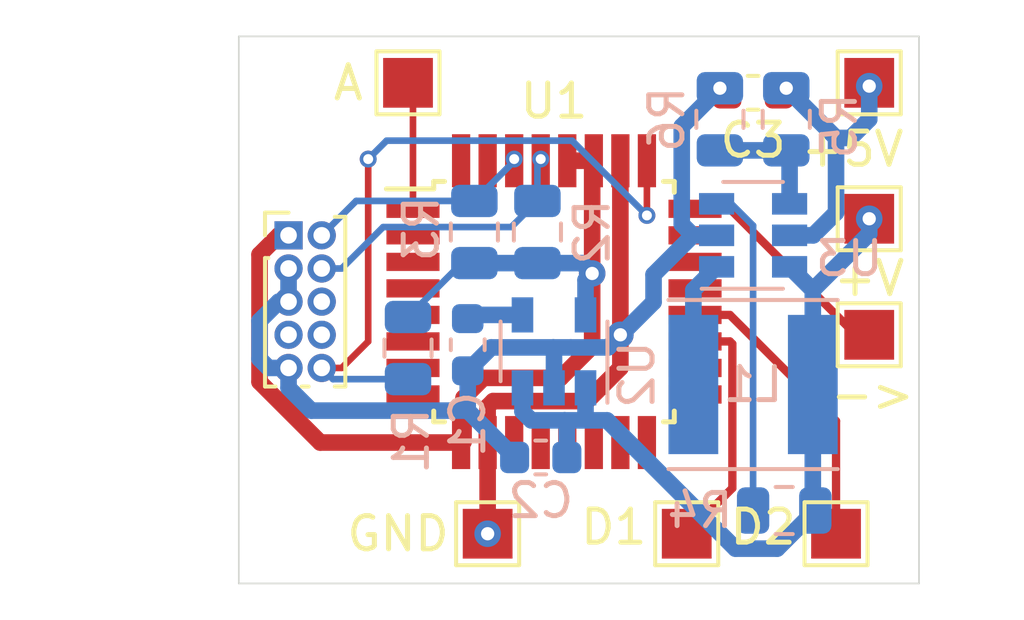
<source format=kicad_pcb>
(kicad_pcb (version 20171130) (host pcbnew "(5.1.6)-1")

  (general
    (thickness 1.6)
    (drawings 11)
    (tracks 135)
    (zones 0)
    (modules 21)
    (nets 16)
  )

  (page A4)
  (layers
    (0 F.Cu signal)
    (31 B.Cu signal)
    (32 B.Adhes user)
    (33 F.Adhes user)
    (34 B.Paste user)
    (35 F.Paste user)
    (36 B.SilkS user)
    (37 F.SilkS user)
    (38 B.Mask user)
    (39 F.Mask user)
    (40 Dwgs.User user)
    (41 Cmts.User user)
    (42 Eco1.User user)
    (43 Eco2.User user)
    (44 Edge.Cuts user)
    (45 Margin user)
    (46 B.CrtYd user)
    (47 F.CrtYd user)
    (48 B.Fab user)
    (49 F.Fab user)
  )

  (setup
    (last_trace_width 0.2)
    (user_trace_width 0.2)
    (user_trace_width 0.5)
    (trace_clearance 0.2)
    (zone_clearance 0.508)
    (zone_45_only no)
    (trace_min 0.2)
    (via_size 0.8)
    (via_drill 0.4)
    (via_min_size 0.4)
    (via_min_drill 0.3)
    (user_via 0.51 0.3)
    (uvia_size 0.3)
    (uvia_drill 0.1)
    (uvias_allowed no)
    (uvia_min_size 0.2)
    (uvia_min_drill 0.1)
    (edge_width 0.05)
    (segment_width 0.2)
    (pcb_text_width 0.3)
    (pcb_text_size 1.5 1.5)
    (mod_edge_width 0.12)
    (mod_text_size 1 1)
    (mod_text_width 0.15)
    (pad_size 1.524 1.524)
    (pad_drill 0.762)
    (pad_to_mask_clearance 0.05)
    (aux_axis_origin 0 0)
    (visible_elements 7FFFFFFF)
    (pcbplotparams
      (layerselection 0x010fc_ffffffff)
      (usegerberextensions false)
      (usegerberattributes true)
      (usegerberadvancedattributes true)
      (creategerberjobfile true)
      (excludeedgelayer true)
      (linewidth 0.100000)
      (plotframeref false)
      (viasonmask false)
      (mode 1)
      (useauxorigin false)
      (hpglpennumber 1)
      (hpglpenspeed 20)
      (hpglpendiameter 15.000000)
      (psnegative false)
      (psa4output false)
      (plotreference true)
      (plotvalue true)
      (plotinvisibletext false)
      (padsonsilk false)
      (subtractmaskfromsilk false)
      (outputformat 1)
      (mirror false)
      (drillshape 1)
      (scaleselection 1)
      (outputdirectory ""))
  )

  (net 0 "")
  (net 1 GND)
  (net 2 "Net-(C1-Pad1)")
  (net 3 +V)
  (net 4 DOUT)
  (net 5 RESET)
  (net 6 SWCLK)
  (net 7 SWDIO)
  (net 8 +3.3V)
  (net 9 D1)
  (net 10 D2)
  (net 11 A1)
  (net 12 +5V)
  (net 13 "Net-(L1-Pad2)")
  (net 14 "Net-(R4-Pad2)")
  (net 15 "Net-(R5-Pad2)")

  (net_class Default "This is the default net class."
    (clearance 0.2)
    (trace_width 0.25)
    (via_dia 0.8)
    (via_drill 0.4)
    (uvia_dia 0.3)
    (uvia_drill 0.1)
    (add_net +3.3V)
    (add_net +5V)
    (add_net +V)
    (add_net A1)
    (add_net D1)
    (add_net D2)
    (add_net DOUT)
    (add_net GND)
    (add_net "Net-(C1-Pad1)")
    (add_net "Net-(L1-Pad2)")
    (add_net "Net-(R4-Pad2)")
    (add_net "Net-(R5-Pad2)")
    (add_net RESET)
    (add_net SWCLK)
    (add_net SWDIO)
  )

  (module Resistor_SMD:R_0805_2012Metric (layer B.Cu) (tedit 5B36C52B) (tstamp 5FAC523D)
    (at 146.4375 101.3 180)
    (descr "Resistor SMD 0805 (2012 Metric), square (rectangular) end terminal, IPC_7351 nominal, (Body size source: https://docs.google.com/spreadsheets/d/1BsfQQcO9C6DZCsRaXUlFlo91Tg2WpOkGARC1WS5S8t0/edit?usp=sharing), generated with kicad-footprint-generator")
    (tags resistor)
    (path /5FAC3AAB)
    (attr smd)
    (fp_text reference R4 (at 2.5375 0) (layer B.SilkS)
      (effects (font (size 1 1) (thickness 0.15)) (justify mirror))
    )
    (fp_text value 10kR (at 0 -1.65) (layer B.Fab)
      (effects (font (size 1 1) (thickness 0.15)) (justify mirror))
    )
    (fp_line (start 1.68 -0.95) (end -1.68 -0.95) (layer B.CrtYd) (width 0.05))
    (fp_line (start 1.68 0.95) (end 1.68 -0.95) (layer B.CrtYd) (width 0.05))
    (fp_line (start -1.68 0.95) (end 1.68 0.95) (layer B.CrtYd) (width 0.05))
    (fp_line (start -1.68 -0.95) (end -1.68 0.95) (layer B.CrtYd) (width 0.05))
    (fp_line (start -0.258578 -0.71) (end 0.258578 -0.71) (layer B.SilkS) (width 0.12))
    (fp_line (start -0.258578 0.71) (end 0.258578 0.71) (layer B.SilkS) (width 0.12))
    (fp_line (start 1 -0.6) (end -1 -0.6) (layer B.Fab) (width 0.1))
    (fp_line (start 1 0.6) (end 1 -0.6) (layer B.Fab) (width 0.1))
    (fp_line (start -1 0.6) (end 1 0.6) (layer B.Fab) (width 0.1))
    (fp_line (start -1 -0.6) (end -1 0.6) (layer B.Fab) (width 0.1))
    (fp_text user %R (at 0 0) (layer B.Fab)
      (effects (font (size 0.5 0.5) (thickness 0.08)) (justify mirror))
    )
    (pad 2 smd roundrect (at 0.9375 0 180) (size 0.975 1.4) (layers B.Cu B.Paste B.Mask) (roundrect_rratio 0.25)
      (net 14 "Net-(R4-Pad2)"))
    (pad 1 smd roundrect (at -0.9375 0 180) (size 0.975 1.4) (layers B.Cu B.Paste B.Mask) (roundrect_rratio 0.25)
      (net 3 +V))
    (model ${KISYS3DMOD}/Resistor_SMD.3dshapes/R_0805_2012Metric.wrl
      (at (xyz 0 0 0))
      (scale (xyz 1 1 1))
      (rotate (xyz 0 0 0))
    )
  )

  (module Package_TO_SOT_SMD:SOT-23-6 (layer B.Cu) (tedit 5A02FF57) (tstamp 5FAC52C1)
    (at 145.5 93)
    (descr "6-pin SOT-23 package")
    (tags SOT-23-6)
    (path /5FAC22FB)
    (attr smd)
    (fp_text reference U3 (at 2.9 0.7) (layer B.SilkS)
      (effects (font (size 1 1) (thickness 0.15)) (justify mirror))
    )
    (fp_text value MCP1640CH (at 0 -2.9) (layer B.Fab)
      (effects (font (size 1 1) (thickness 0.15)) (justify mirror))
    )
    (fp_line (start 0.9 1.55) (end 0.9 -1.55) (layer B.Fab) (width 0.1))
    (fp_line (start 0.9 -1.55) (end -0.9 -1.55) (layer B.Fab) (width 0.1))
    (fp_line (start -0.9 0.9) (end -0.9 -1.55) (layer B.Fab) (width 0.1))
    (fp_line (start 0.9 1.55) (end -0.25 1.55) (layer B.Fab) (width 0.1))
    (fp_line (start -0.9 0.9) (end -0.25 1.55) (layer B.Fab) (width 0.1))
    (fp_line (start -1.9 1.8) (end -1.9 -1.8) (layer B.CrtYd) (width 0.05))
    (fp_line (start -1.9 -1.8) (end 1.9 -1.8) (layer B.CrtYd) (width 0.05))
    (fp_line (start 1.9 -1.8) (end 1.9 1.8) (layer B.CrtYd) (width 0.05))
    (fp_line (start 1.9 1.8) (end -1.9 1.8) (layer B.CrtYd) (width 0.05))
    (fp_line (start 0.9 1.61) (end -1.55 1.61) (layer B.SilkS) (width 0.12))
    (fp_line (start -0.9 -1.61) (end 0.9 -1.61) (layer B.SilkS) (width 0.12))
    (fp_text user %R (at 0 0 270) (layer B.Fab)
      (effects (font (size 0.5 0.5) (thickness 0.075)) (justify mirror))
    )
    (pad 5 smd rect (at 1.1 0) (size 1.06 0.65) (layers B.Cu B.Paste B.Mask)
      (net 12 +5V))
    (pad 6 smd rect (at 1.1 0.95) (size 1.06 0.65) (layers B.Cu B.Paste B.Mask)
      (net 3 +V))
    (pad 4 smd rect (at 1.1 -0.95) (size 1.06 0.65) (layers B.Cu B.Paste B.Mask)
      (net 15 "Net-(R5-Pad2)"))
    (pad 3 smd rect (at -1.1 -0.95) (size 1.06 0.65) (layers B.Cu B.Paste B.Mask)
      (net 14 "Net-(R4-Pad2)"))
    (pad 2 smd rect (at -1.1 0) (size 1.06 0.65) (layers B.Cu B.Paste B.Mask)
      (net 1 GND))
    (pad 1 smd rect (at -1.1 0.95) (size 1.06 0.65) (layers B.Cu B.Paste B.Mask)
      (net 13 "Net-(L1-Pad2)"))
    (model ${KISYS3DMOD}/Package_TO_SOT_SMD.3dshapes/SOT-23-6.wrl
      (at (xyz 0 0 0))
      (scale (xyz 1 1 1))
      (rotate (xyz 0 0 0))
    )
  )

  (module Package_TO_SOT_SMD:SOT-23-5 (layer B.Cu) (tedit 5A02FF57) (tstamp 5FAC52AB)
    (at 139.5 96.5 90)
    (descr "5-pin SOT23 package")
    (tags SOT-23-5)
    (path /5FAC66A7)
    (attr smd)
    (fp_text reference U2 (at -0.7 2.5 90) (layer B.SilkS)
      (effects (font (size 1 1) (thickness 0.15)) (justify mirror))
    )
    (fp_text value TC2014-3.3VxCTTR (at 0 -2.9 90) (layer B.Fab)
      (effects (font (size 1 1) (thickness 0.15)) (justify mirror))
    )
    (fp_line (start 0.9 1.55) (end 0.9 -1.55) (layer B.Fab) (width 0.1))
    (fp_line (start 0.9 -1.55) (end -0.9 -1.55) (layer B.Fab) (width 0.1))
    (fp_line (start -0.9 0.9) (end -0.9 -1.55) (layer B.Fab) (width 0.1))
    (fp_line (start 0.9 1.55) (end -0.25 1.55) (layer B.Fab) (width 0.1))
    (fp_line (start -0.9 0.9) (end -0.25 1.55) (layer B.Fab) (width 0.1))
    (fp_line (start -1.9 -1.8) (end -1.9 1.8) (layer B.CrtYd) (width 0.05))
    (fp_line (start 1.9 -1.8) (end -1.9 -1.8) (layer B.CrtYd) (width 0.05))
    (fp_line (start 1.9 1.8) (end 1.9 -1.8) (layer B.CrtYd) (width 0.05))
    (fp_line (start -1.9 1.8) (end 1.9 1.8) (layer B.CrtYd) (width 0.05))
    (fp_line (start 0.9 1.61) (end -1.55 1.61) (layer B.SilkS) (width 0.12))
    (fp_line (start -0.9 -1.61) (end 0.9 -1.61) (layer B.SilkS) (width 0.12))
    (fp_text user %R (at 0 0 180) (layer B.Fab)
      (effects (font (size 0.5 0.5) (thickness 0.075)) (justify mirror))
    )
    (pad 5 smd rect (at 1.1 0.95 90) (size 1.06 0.65) (layers B.Cu B.Paste B.Mask)
      (net 8 +3.3V))
    (pad 4 smd rect (at 1.1 -0.95 90) (size 1.06 0.65) (layers B.Cu B.Paste B.Mask)
      (net 2 "Net-(C1-Pad1)"))
    (pad 3 smd rect (at -1.1 -0.95 90) (size 1.06 0.65) (layers B.Cu B.Paste B.Mask)
      (net 3 +V))
    (pad 2 smd rect (at -1.1 0 90) (size 1.06 0.65) (layers B.Cu B.Paste B.Mask)
      (net 1 GND))
    (pad 1 smd rect (at -1.1 0.95 90) (size 1.06 0.65) (layers B.Cu B.Paste B.Mask)
      (net 3 +V))
    (model ${KISYS3DMOD}/Package_TO_SOT_SMD.3dshapes/SOT-23-5.wrl
      (at (xyz 0 0 0))
      (scale (xyz 1 1 1))
      (rotate (xyz 0 0 0))
    )
  )

  (module Package_QFP:TQFP-32_7x7mm_P0.8mm (layer F.Cu) (tedit 5A02F146) (tstamp 5FAC5296)
    (at 139.5 95)
    (descr "32-Lead Plastic Thin Quad Flatpack (PT) - 7x7x1.0 mm Body, 2.00 mm [TQFP] (see Microchip Packaging Specification 00000049BS.pdf)")
    (tags "QFP 0.8")
    (path /5FAB5DC7)
    (attr smd)
    (fp_text reference U1 (at 0 -6.05) (layer F.SilkS)
      (effects (font (size 1 1) (thickness 0.15)))
    )
    (fp_text value ATSAMD21E15L-A (at 0 6.05) (layer F.Fab)
      (effects (font (size 1 1) (thickness 0.15)))
    )
    (fp_line (start -3.625 -3.4) (end -5.05 -3.4) (layer F.SilkS) (width 0.15))
    (fp_line (start 3.625 -3.625) (end 3.3 -3.625) (layer F.SilkS) (width 0.15))
    (fp_line (start 3.625 3.625) (end 3.3 3.625) (layer F.SilkS) (width 0.15))
    (fp_line (start -3.625 3.625) (end -3.3 3.625) (layer F.SilkS) (width 0.15))
    (fp_line (start -3.625 -3.625) (end -3.3 -3.625) (layer F.SilkS) (width 0.15))
    (fp_line (start -3.625 3.625) (end -3.625 3.3) (layer F.SilkS) (width 0.15))
    (fp_line (start 3.625 3.625) (end 3.625 3.3) (layer F.SilkS) (width 0.15))
    (fp_line (start 3.625 -3.625) (end 3.625 -3.3) (layer F.SilkS) (width 0.15))
    (fp_line (start -3.625 -3.625) (end -3.625 -3.4) (layer F.SilkS) (width 0.15))
    (fp_line (start -5.3 5.3) (end 5.3 5.3) (layer F.CrtYd) (width 0.05))
    (fp_line (start -5.3 -5.3) (end 5.3 -5.3) (layer F.CrtYd) (width 0.05))
    (fp_line (start 5.3 -5.3) (end 5.3 5.3) (layer F.CrtYd) (width 0.05))
    (fp_line (start -5.3 -5.3) (end -5.3 5.3) (layer F.CrtYd) (width 0.05))
    (fp_line (start -3.5 -2.5) (end -2.5 -3.5) (layer F.Fab) (width 0.15))
    (fp_line (start -3.5 3.5) (end -3.5 -2.5) (layer F.Fab) (width 0.15))
    (fp_line (start 3.5 3.5) (end -3.5 3.5) (layer F.Fab) (width 0.15))
    (fp_line (start 3.5 -3.5) (end 3.5 3.5) (layer F.Fab) (width 0.15))
    (fp_line (start -2.5 -3.5) (end 3.5 -3.5) (layer F.Fab) (width 0.15))
    (fp_text user %R (at 0 0) (layer F.Fab)
      (effects (font (size 1 1) (thickness 0.15)))
    )
    (pad 32 smd rect (at -2.8 -4.25 90) (size 1.6 0.55) (layers F.Cu F.Paste F.Mask))
    (pad 31 smd rect (at -2 -4.25 90) (size 1.6 0.55) (layers F.Cu F.Paste F.Mask))
    (pad 30 smd rect (at -1.2 -4.25 90) (size 1.6 0.55) (layers F.Cu F.Paste F.Mask)
      (net 7 SWDIO))
    (pad 29 smd rect (at -0.4 -4.25 90) (size 1.6 0.55) (layers F.Cu F.Paste F.Mask)
      (net 6 SWCLK))
    (pad 28 smd rect (at 0.4 -4.25 90) (size 1.6 0.55) (layers F.Cu F.Paste F.Mask)
      (net 8 +3.3V))
    (pad 27 smd rect (at 1.2 -4.25 90) (size 1.6 0.55) (layers F.Cu F.Paste F.Mask)
      (net 8 +3.3V))
    (pad 26 smd rect (at 2 -4.25 90) (size 1.6 0.55) (layers F.Cu F.Paste F.Mask)
      (net 1 GND))
    (pad 25 smd rect (at 2.8 -4.25 90) (size 1.6 0.55) (layers F.Cu F.Paste F.Mask)
      (net 5 RESET))
    (pad 24 smd rect (at 4.25 -2.8) (size 1.6 0.55) (layers F.Cu F.Paste F.Mask)
      (net 4 DOUT))
    (pad 23 smd rect (at 4.25 -2) (size 1.6 0.55) (layers F.Cu F.Paste F.Mask))
    (pad 22 smd rect (at 4.25 -1.2) (size 1.6 0.55) (layers F.Cu F.Paste F.Mask))
    (pad 21 smd rect (at 4.25 -0.4) (size 1.6 0.55) (layers F.Cu F.Paste F.Mask))
    (pad 20 smd rect (at 4.25 0.4) (size 1.6 0.55) (layers F.Cu F.Paste F.Mask)
      (net 9 D1))
    (pad 19 smd rect (at 4.25 1.2) (size 1.6 0.55) (layers F.Cu F.Paste F.Mask)
      (net 10 D2))
    (pad 18 smd rect (at 4.25 2) (size 1.6 0.55) (layers F.Cu F.Paste F.Mask))
    (pad 17 smd rect (at 4.25 2.8) (size 1.6 0.55) (layers F.Cu F.Paste F.Mask))
    (pad 16 smd rect (at 2.8 4.25 90) (size 1.6 0.55) (layers F.Cu F.Paste F.Mask))
    (pad 15 smd rect (at 2 4.25 90) (size 1.6 0.55) (layers F.Cu F.Paste F.Mask))
    (pad 14 smd rect (at 1.2 4.25 90) (size 1.6 0.55) (layers F.Cu F.Paste F.Mask))
    (pad 13 smd rect (at 0.4 4.25 90) (size 1.6 0.55) (layers F.Cu F.Paste F.Mask))
    (pad 12 smd rect (at -0.4 4.25 90) (size 1.6 0.55) (layers F.Cu F.Paste F.Mask))
    (pad 11 smd rect (at -1.2 4.25 90) (size 1.6 0.55) (layers F.Cu F.Paste F.Mask))
    (pad 10 smd rect (at -2 4.25 90) (size 1.6 0.55) (layers F.Cu F.Paste F.Mask)
      (net 1 GND))
    (pad 9 smd rect (at -2.8 4.25 90) (size 1.6 0.55) (layers F.Cu F.Paste F.Mask)
      (net 8 +3.3V))
    (pad 8 smd rect (at -4.25 2.8) (size 1.6 0.55) (layers F.Cu F.Paste F.Mask))
    (pad 7 smd rect (at -4.25 2) (size 1.6 0.55) (layers F.Cu F.Paste F.Mask))
    (pad 6 smd rect (at -4.25 1.2) (size 1.6 0.55) (layers F.Cu F.Paste F.Mask))
    (pad 5 smd rect (at -4.25 0.4) (size 1.6 0.55) (layers F.Cu F.Paste F.Mask))
    (pad 4 smd rect (at -4.25 -0.4) (size 1.6 0.55) (layers F.Cu F.Paste F.Mask))
    (pad 3 smd rect (at -4.25 -1.2) (size 1.6 0.55) (layers F.Cu F.Paste F.Mask))
    (pad 2 smd rect (at -4.25 -2) (size 1.6 0.55) (layers F.Cu F.Paste F.Mask))
    (pad 1 smd rect (at -4.25 -2.8) (size 1.6 0.55) (layers F.Cu F.Paste F.Mask)
      (net 11 A1))
    (model ${KISYS3DMOD}/Package_QFP.3dshapes/TQFP-32_7x7mm_P0.8mm.wrl
      (at (xyz 0 0 0))
      (scale (xyz 1 1 1))
      (rotate (xyz 0 0 0))
    )
  )

  (module Resistor_SMD:R_0805_2012Metric (layer B.Cu) (tedit 5B36C52B) (tstamp 5FAC525F)
    (at 144.5 89.5 90)
    (descr "Resistor SMD 0805 (2012 Metric), square (rectangular) end terminal, IPC_7351 nominal, (Body size source: https://docs.google.com/spreadsheets/d/1BsfQQcO9C6DZCsRaXUlFlo91Tg2WpOkGARC1WS5S8t0/edit?usp=sharing), generated with kicad-footprint-generator")
    (tags resistor)
    (path /5FAC4AFB)
    (attr smd)
    (fp_text reference R6 (at 0 -1.6 90) (layer B.SilkS)
      (effects (font (size 1 1) (thickness 0.15)) (justify mirror))
    )
    (fp_text value 309kR (at 0 -1.65 90) (layer B.Fab)
      (effects (font (size 1 1) (thickness 0.15)) (justify mirror))
    )
    (fp_line (start 1.68 -0.95) (end -1.68 -0.95) (layer B.CrtYd) (width 0.05))
    (fp_line (start 1.68 0.95) (end 1.68 -0.95) (layer B.CrtYd) (width 0.05))
    (fp_line (start -1.68 0.95) (end 1.68 0.95) (layer B.CrtYd) (width 0.05))
    (fp_line (start -1.68 -0.95) (end -1.68 0.95) (layer B.CrtYd) (width 0.05))
    (fp_line (start -0.258578 -0.71) (end 0.258578 -0.71) (layer B.SilkS) (width 0.12))
    (fp_line (start -0.258578 0.71) (end 0.258578 0.71) (layer B.SilkS) (width 0.12))
    (fp_line (start 1 -0.6) (end -1 -0.6) (layer B.Fab) (width 0.1))
    (fp_line (start 1 0.6) (end 1 -0.6) (layer B.Fab) (width 0.1))
    (fp_line (start -1 0.6) (end 1 0.6) (layer B.Fab) (width 0.1))
    (fp_line (start -1 -0.6) (end -1 0.6) (layer B.Fab) (width 0.1))
    (fp_text user %R (at 0 0 90) (layer B.Fab)
      (effects (font (size 0.5 0.5) (thickness 0.08)) (justify mirror))
    )
    (pad 2 smd roundrect (at 0.9375 0 90) (size 0.975 1.4) (layers B.Cu B.Paste B.Mask) (roundrect_rratio 0.25)
      (net 1 GND))
    (pad 1 smd roundrect (at -0.9375 0 90) (size 0.975 1.4) (layers B.Cu B.Paste B.Mask) (roundrect_rratio 0.25)
      (net 15 "Net-(R5-Pad2)"))
    (model ${KISYS3DMOD}/Resistor_SMD.3dshapes/R_0805_2012Metric.wrl
      (at (xyz 0 0 0))
      (scale (xyz 1 1 1))
      (rotate (xyz 0 0 0))
    )
  )

  (module Resistor_SMD:R_0805_2012Metric (layer B.Cu) (tedit 5B36C52B) (tstamp 5FAC524E)
    (at 146.5 89.5 270)
    (descr "Resistor SMD 0805 (2012 Metric), square (rectangular) end terminal, IPC_7351 nominal, (Body size source: https://docs.google.com/spreadsheets/d/1BsfQQcO9C6DZCsRaXUlFlo91Tg2WpOkGARC1WS5S8t0/edit?usp=sharing), generated with kicad-footprint-generator")
    (tags resistor)
    (path /5FAC3F40)
    (attr smd)
    (fp_text reference R5 (at 0.2 -1.6 90) (layer B.SilkS)
      (effects (font (size 1 1) (thickness 0.15)) (justify mirror))
    )
    (fp_text value 976kR (at 0 -1.65 90) (layer B.Fab)
      (effects (font (size 1 1) (thickness 0.15)) (justify mirror))
    )
    (fp_line (start 1.68 -0.95) (end -1.68 -0.95) (layer B.CrtYd) (width 0.05))
    (fp_line (start 1.68 0.95) (end 1.68 -0.95) (layer B.CrtYd) (width 0.05))
    (fp_line (start -1.68 0.95) (end 1.68 0.95) (layer B.CrtYd) (width 0.05))
    (fp_line (start -1.68 -0.95) (end -1.68 0.95) (layer B.CrtYd) (width 0.05))
    (fp_line (start -0.258578 -0.71) (end 0.258578 -0.71) (layer B.SilkS) (width 0.12))
    (fp_line (start -0.258578 0.71) (end 0.258578 0.71) (layer B.SilkS) (width 0.12))
    (fp_line (start 1 -0.6) (end -1 -0.6) (layer B.Fab) (width 0.1))
    (fp_line (start 1 0.6) (end 1 -0.6) (layer B.Fab) (width 0.1))
    (fp_line (start -1 0.6) (end 1 0.6) (layer B.Fab) (width 0.1))
    (fp_line (start -1 -0.6) (end -1 0.6) (layer B.Fab) (width 0.1))
    (fp_text user %R (at 0 0 90) (layer B.Fab)
      (effects (font (size 0.5 0.5) (thickness 0.08)) (justify mirror))
    )
    (pad 2 smd roundrect (at 0.9375 0 270) (size 0.975 1.4) (layers B.Cu B.Paste B.Mask) (roundrect_rratio 0.25)
      (net 15 "Net-(R5-Pad2)"))
    (pad 1 smd roundrect (at -0.9375 0 270) (size 0.975 1.4) (layers B.Cu B.Paste B.Mask) (roundrect_rratio 0.25)
      (net 12 +5V))
    (model ${KISYS3DMOD}/Resistor_SMD.3dshapes/R_0805_2012Metric.wrl
      (at (xyz 0 0 0))
      (scale (xyz 1 1 1))
      (rotate (xyz 0 0 0))
    )
  )

  (module Resistor_SMD:R_0805_2012Metric (layer B.Cu) (tedit 5B36C52B) (tstamp 5FAC522C)
    (at 137.1 92.9 90)
    (descr "Resistor SMD 0805 (2012 Metric), square (rectangular) end terminal, IPC_7351 nominal, (Body size source: https://docs.google.com/spreadsheets/d/1BsfQQcO9C6DZCsRaXUlFlo91Tg2WpOkGARC1WS5S8t0/edit?usp=sharing), generated with kicad-footprint-generator")
    (tags resistor)
    (path /5FABD108)
    (attr smd)
    (fp_text reference R3 (at 0.1 -1.6 270) (layer B.SilkS)
      (effects (font (size 1 1) (thickness 0.15)) (justify mirror))
    )
    (fp_text value 10kR (at 0 -1.65 270) (layer B.Fab)
      (effects (font (size 1 1) (thickness 0.15)) (justify mirror))
    )
    (fp_line (start 1.68 -0.95) (end -1.68 -0.95) (layer B.CrtYd) (width 0.05))
    (fp_line (start 1.68 0.95) (end 1.68 -0.95) (layer B.CrtYd) (width 0.05))
    (fp_line (start -1.68 0.95) (end 1.68 0.95) (layer B.CrtYd) (width 0.05))
    (fp_line (start -1.68 -0.95) (end -1.68 0.95) (layer B.CrtYd) (width 0.05))
    (fp_line (start -0.258578 -0.71) (end 0.258578 -0.71) (layer B.SilkS) (width 0.12))
    (fp_line (start -0.258578 0.71) (end 0.258578 0.71) (layer B.SilkS) (width 0.12))
    (fp_line (start 1 -0.6) (end -1 -0.6) (layer B.Fab) (width 0.1))
    (fp_line (start 1 0.6) (end 1 -0.6) (layer B.Fab) (width 0.1))
    (fp_line (start -1 0.6) (end 1 0.6) (layer B.Fab) (width 0.1))
    (fp_line (start -1 -0.6) (end -1 0.6) (layer B.Fab) (width 0.1))
    (fp_text user %R (at 0 0 270) (layer B.Fab)
      (effects (font (size 0.5 0.5) (thickness 0.08)) (justify mirror))
    )
    (pad 2 smd roundrect (at 0.9375 0 90) (size 0.975 1.4) (layers B.Cu B.Paste B.Mask) (roundrect_rratio 0.25)
      (net 7 SWDIO))
    (pad 1 smd roundrect (at -0.9375 0 90) (size 0.975 1.4) (layers B.Cu B.Paste B.Mask) (roundrect_rratio 0.25)
      (net 8 +3.3V))
    (model ${KISYS3DMOD}/Resistor_SMD.3dshapes/R_0805_2012Metric.wrl
      (at (xyz 0 0 0))
      (scale (xyz 1 1 1))
      (rotate (xyz 0 0 0))
    )
  )

  (module Resistor_SMD:R_0805_2012Metric (layer B.Cu) (tedit 5B36C52B) (tstamp 5FAC521B)
    (at 139 92.9 90)
    (descr "Resistor SMD 0805 (2012 Metric), square (rectangular) end terminal, IPC_7351 nominal, (Body size source: https://docs.google.com/spreadsheets/d/1BsfQQcO9C6DZCsRaXUlFlo91Tg2WpOkGARC1WS5S8t0/edit?usp=sharing), generated with kicad-footprint-generator")
    (tags resistor)
    (path /5FABCDF8)
    (attr smd)
    (fp_text reference R2 (at 0 1.65 270) (layer B.SilkS)
      (effects (font (size 1 1) (thickness 0.15)) (justify mirror))
    )
    (fp_text value 10kR (at 0 -1.65 270) (layer B.Fab)
      (effects (font (size 1 1) (thickness 0.15)) (justify mirror))
    )
    (fp_line (start 1.68 -0.95) (end -1.68 -0.95) (layer B.CrtYd) (width 0.05))
    (fp_line (start 1.68 0.95) (end 1.68 -0.95) (layer B.CrtYd) (width 0.05))
    (fp_line (start -1.68 0.95) (end 1.68 0.95) (layer B.CrtYd) (width 0.05))
    (fp_line (start -1.68 -0.95) (end -1.68 0.95) (layer B.CrtYd) (width 0.05))
    (fp_line (start -0.258578 -0.71) (end 0.258578 -0.71) (layer B.SilkS) (width 0.12))
    (fp_line (start -0.258578 0.71) (end 0.258578 0.71) (layer B.SilkS) (width 0.12))
    (fp_line (start 1 -0.6) (end -1 -0.6) (layer B.Fab) (width 0.1))
    (fp_line (start 1 0.6) (end 1 -0.6) (layer B.Fab) (width 0.1))
    (fp_line (start -1 0.6) (end 1 0.6) (layer B.Fab) (width 0.1))
    (fp_line (start -1 -0.6) (end -1 0.6) (layer B.Fab) (width 0.1))
    (fp_text user %R (at 0 0 270) (layer B.Fab)
      (effects (font (size 0.5 0.5) (thickness 0.08)) (justify mirror))
    )
    (pad 2 smd roundrect (at 0.9375 0 90) (size 0.975 1.4) (layers B.Cu B.Paste B.Mask) (roundrect_rratio 0.25)
      (net 6 SWCLK))
    (pad 1 smd roundrect (at -0.9375 0 90) (size 0.975 1.4) (layers B.Cu B.Paste B.Mask) (roundrect_rratio 0.25)
      (net 8 +3.3V))
    (model ${KISYS3DMOD}/Resistor_SMD.3dshapes/R_0805_2012Metric.wrl
      (at (xyz 0 0 0))
      (scale (xyz 1 1 1))
      (rotate (xyz 0 0 0))
    )
  )

  (module Resistor_SMD:R_0805_2012Metric (layer B.Cu) (tedit 5B36C52B) (tstamp 5FAC520A)
    (at 135.1 96.4 270)
    (descr "Resistor SMD 0805 (2012 Metric), square (rectangular) end terminal, IPC_7351 nominal, (Body size source: https://docs.google.com/spreadsheets/d/1BsfQQcO9C6DZCsRaXUlFlo91Tg2WpOkGARC1WS5S8t0/edit?usp=sharing), generated with kicad-footprint-generator")
    (tags resistor)
    (path /5FABB084)
    (attr smd)
    (fp_text reference R1 (at 2.8 -0.1 90) (layer B.SilkS)
      (effects (font (size 1 1) (thickness 0.15)) (justify mirror))
    )
    (fp_text value 10kR (at 0 -1.65 90) (layer B.Fab)
      (effects (font (size 1 1) (thickness 0.15)) (justify mirror))
    )
    (fp_line (start 1.68 -0.95) (end -1.68 -0.95) (layer B.CrtYd) (width 0.05))
    (fp_line (start 1.68 0.95) (end 1.68 -0.95) (layer B.CrtYd) (width 0.05))
    (fp_line (start -1.68 0.95) (end 1.68 0.95) (layer B.CrtYd) (width 0.05))
    (fp_line (start -1.68 -0.95) (end -1.68 0.95) (layer B.CrtYd) (width 0.05))
    (fp_line (start -0.258578 -0.71) (end 0.258578 -0.71) (layer B.SilkS) (width 0.12))
    (fp_line (start -0.258578 0.71) (end 0.258578 0.71) (layer B.SilkS) (width 0.12))
    (fp_line (start 1 -0.6) (end -1 -0.6) (layer B.Fab) (width 0.1))
    (fp_line (start 1 0.6) (end 1 -0.6) (layer B.Fab) (width 0.1))
    (fp_line (start -1 0.6) (end 1 0.6) (layer B.Fab) (width 0.1))
    (fp_line (start -1 -0.6) (end -1 0.6) (layer B.Fab) (width 0.1))
    (fp_text user %R (at 0 0 90) (layer B.Fab)
      (effects (font (size 0.5 0.5) (thickness 0.08)) (justify mirror))
    )
    (pad 2 smd roundrect (at 0.9375 0 270) (size 0.975 1.4) (layers B.Cu B.Paste B.Mask) (roundrect_rratio 0.25)
      (net 5 RESET))
    (pad 1 smd roundrect (at -0.9375 0 270) (size 0.975 1.4) (layers B.Cu B.Paste B.Mask) (roundrect_rratio 0.25)
      (net 8 +3.3V))
    (model ${KISYS3DMOD}/Resistor_SMD.3dshapes/R_0805_2012Metric.wrl
      (at (xyz 0 0 0))
      (scale (xyz 1 1 1))
      (rotate (xyz 0 0 0))
    )
  )

  (module Inductor_SMD:L_Taiyo-Yuden_NR-50xx (layer B.Cu) (tedit 5990349D) (tstamp 5FAC51F9)
    (at 145.5 97.5 180)
    (descr "Inductor, Taiyo Yuden, NR series, Taiyo-Yuden_NR-50xx, 4.9mmx4.9mm")
    (tags "inductor taiyo-yuden nr smd")
    (path /5FAC2D7E)
    (attr smd)
    (fp_text reference L1 (at 0 0) (layer B.SilkS)
      (effects (font (size 1 1) (thickness 0.15)) (justify mirror))
    )
    (fp_text value 10uH (at 0 -3.95) (layer B.Fab)
      (effects (font (size 1 1) (thickness 0.15)) (justify mirror))
    )
    (fp_line (start 2.8 2.75) (end -2.8 2.75) (layer B.CrtYd) (width 0.05))
    (fp_line (start 2.8 -2.75) (end 2.8 2.75) (layer B.CrtYd) (width 0.05))
    (fp_line (start -2.8 -2.75) (end 2.8 -2.75) (layer B.CrtYd) (width 0.05))
    (fp_line (start -2.8 2.75) (end -2.8 -2.75) (layer B.CrtYd) (width 0.05))
    (fp_line (start -2.55 -2.55) (end 2.55 -2.55) (layer B.SilkS) (width 0.12))
    (fp_line (start -2.55 2.55) (end 2.55 2.55) (layer B.SilkS) (width 0.12))
    (fp_line (start -1.65 -2.45) (end 0 -2.45) (layer B.Fab) (width 0.1))
    (fp_line (start -2.45 -1.65) (end -1.65 -2.45) (layer B.Fab) (width 0.1))
    (fp_line (start -2.45 0) (end -2.45 -1.65) (layer B.Fab) (width 0.1))
    (fp_line (start 1.65 -2.45) (end 0 -2.45) (layer B.Fab) (width 0.1))
    (fp_line (start 2.45 -1.65) (end 1.65 -2.45) (layer B.Fab) (width 0.1))
    (fp_line (start 2.45 0) (end 2.45 -1.65) (layer B.Fab) (width 0.1))
    (fp_line (start 1.65 2.45) (end 0 2.45) (layer B.Fab) (width 0.1))
    (fp_line (start 2.45 1.65) (end 1.65 2.45) (layer B.Fab) (width 0.1))
    (fp_line (start 2.45 0) (end 2.45 1.65) (layer B.Fab) (width 0.1))
    (fp_line (start -1.65 2.45) (end 0 2.45) (layer B.Fab) (width 0.1))
    (fp_line (start -2.45 1.65) (end -1.65 2.45) (layer B.Fab) (width 0.1))
    (fp_line (start -2.45 0) (end -2.45 1.65) (layer B.Fab) (width 0.1))
    (fp_text user %R (at 0 0) (layer B.Fab)
      (effects (font (size 1 1) (thickness 0.15)) (justify mirror))
    )
    (pad 2 smd rect (at 1.8 0 180) (size 1.5 4.2) (layers B.Cu B.Paste B.Mask)
      (net 13 "Net-(L1-Pad2)"))
    (pad 1 smd rect (at -1.8 0 180) (size 1.5 4.2) (layers B.Cu B.Paste B.Mask)
      (net 3 +V))
    (model ${KISYS3DMOD}/Inductor_SMD.3dshapes/L_Taiyo-Yuden_NR-50xx.wrl
      (at (xyz 0 0 0))
      (scale (xyz 1 1 1))
      (rotate (xyz 0 0 0))
    )
  )

  (module Connector_PinHeader_1.00mm:PinHeader_2x05_P1.00mm_Vertical (layer F.Cu) (tedit 59FED738) (tstamp 5FAC51E0)
    (at 131.5 93)
    (descr "Through hole straight pin header, 2x05, 1.00mm pitch, double rows")
    (tags "Through hole pin header THT 2x05 1.00mm double row")
    (path /5FAB92E0)
    (fp_text reference J8 (at 0.5 -1.56) (layer F.SilkS) hide
      (effects (font (size 1 1) (thickness 0.15)))
    )
    (fp_text value Conn_ARM_JTAG_SWD_10 (at 0.5 5.56) (layer F.Fab)
      (effects (font (size 1 1) (thickness 0.15)))
    )
    (fp_line (start 2.15 -1) (end -1.15 -1) (layer F.CrtYd) (width 0.05))
    (fp_line (start 2.15 5) (end 2.15 -1) (layer F.CrtYd) (width 0.05))
    (fp_line (start -1.15 5) (end 2.15 5) (layer F.CrtYd) (width 0.05))
    (fp_line (start -1.15 -1) (end -1.15 5) (layer F.CrtYd) (width 0.05))
    (fp_line (start -0.71 -0.685) (end 0 -0.685) (layer F.SilkS) (width 0.12))
    (fp_line (start -0.71 0) (end -0.71 -0.685) (layer F.SilkS) (width 0.12))
    (fp_line (start 1.394493 -0.56) (end 1.71 -0.56) (layer F.SilkS) (width 0.12))
    (fp_line (start -0.71 0.685) (end -0.608276 0.685) (layer F.SilkS) (width 0.12))
    (fp_line (start 1.71 -0.56) (end 1.71 4.56) (layer F.SilkS) (width 0.12))
    (fp_line (start -0.71 0.685) (end -0.71 4.56) (layer F.SilkS) (width 0.12))
    (fp_line (start 0.394493 4.56) (end 0.605507 4.56) (layer F.SilkS) (width 0.12))
    (fp_line (start 1.394493 4.56) (end 1.71 4.56) (layer F.SilkS) (width 0.12))
    (fp_line (start -0.71 4.56) (end -0.394493 4.56) (layer F.SilkS) (width 0.12))
    (fp_line (start -0.65 0.075) (end -0.075 -0.5) (layer F.Fab) (width 0.1))
    (fp_line (start -0.65 4.5) (end -0.65 0.075) (layer F.Fab) (width 0.1))
    (fp_line (start 1.65 4.5) (end -0.65 4.5) (layer F.Fab) (width 0.1))
    (fp_line (start 1.65 -0.5) (end 1.65 4.5) (layer F.Fab) (width 0.1))
    (fp_line (start -0.075 -0.5) (end 1.65 -0.5) (layer F.Fab) (width 0.1))
    (fp_text user %R (at 0.5 2 90) (layer F.Fab)
      (effects (font (size 1 1) (thickness 0.15)))
    )
    (pad 10 thru_hole oval (at 1 4) (size 0.85 0.85) (drill 0.5) (layers *.Cu *.Mask)
      (net 5 RESET))
    (pad 9 thru_hole oval (at 0 4) (size 0.85 0.85) (drill 0.5) (layers *.Cu *.Mask)
      (net 1 GND))
    (pad 8 thru_hole oval (at 1 3) (size 0.85 0.85) (drill 0.5) (layers *.Cu *.Mask))
    (pad 7 thru_hole oval (at 0 3) (size 0.85 0.85) (drill 0.5) (layers *.Cu *.Mask))
    (pad 6 thru_hole oval (at 1 2) (size 0.85 0.85) (drill 0.5) (layers *.Cu *.Mask))
    (pad 5 thru_hole oval (at 0 2) (size 0.85 0.85) (drill 0.5) (layers *.Cu *.Mask)
      (net 1 GND))
    (pad 4 thru_hole oval (at 1 1) (size 0.85 0.85) (drill 0.5) (layers *.Cu *.Mask)
      (net 6 SWCLK))
    (pad 3 thru_hole oval (at 0 1) (size 0.85 0.85) (drill 0.5) (layers *.Cu *.Mask)
      (net 1 GND))
    (pad 2 thru_hole oval (at 1 0) (size 0.85 0.85) (drill 0.5) (layers *.Cu *.Mask)
      (net 7 SWDIO))
    (pad 1 thru_hole rect (at 0 0) (size 0.85 0.85) (drill 0.5) (layers *.Cu *.Mask)
      (net 8 +3.3V))
    (model ${KISYS3DMOD}/Connector_PinHeader_1.00mm.3dshapes/PinHeader_2x05_P1.00mm_Vertical.wrl
      (at (xyz 0 0 0))
      (scale (xyz 1 1 1))
      (rotate (xyz 0 0 0))
    )
  )

  (module TestPoint:TestPoint_Pad_1.5x1.5mm (layer F.Cu) (tedit 5A0F774F) (tstamp 5FAC51BF)
    (at 135.1 88.4)
    (descr "SMD rectangular pad as test Point, square 1.5mm side length")
    (tags "test point SMD pad rectangle square")
    (path /5FAD3666)
    (attr virtual)
    (fp_text reference J7 (at 0 -1.648) (layer F.SilkS) hide
      (effects (font (size 1 1) (thickness 0.15)))
    )
    (fp_text value Conn_01x01 (at 0 1.75) (layer F.Fab)
      (effects (font (size 1 1) (thickness 0.15)))
    )
    (fp_line (start 1.25 1.25) (end -1.25 1.25) (layer F.CrtYd) (width 0.05))
    (fp_line (start 1.25 1.25) (end 1.25 -1.25) (layer F.CrtYd) (width 0.05))
    (fp_line (start -1.25 -1.25) (end -1.25 1.25) (layer F.CrtYd) (width 0.05))
    (fp_line (start -1.25 -1.25) (end 1.25 -1.25) (layer F.CrtYd) (width 0.05))
    (fp_line (start -0.95 0.95) (end -0.95 -0.95) (layer F.SilkS) (width 0.12))
    (fp_line (start 0.95 0.95) (end -0.95 0.95) (layer F.SilkS) (width 0.12))
    (fp_line (start 0.95 -0.95) (end 0.95 0.95) (layer F.SilkS) (width 0.12))
    (fp_line (start -0.95 -0.95) (end 0.95 -0.95) (layer F.SilkS) (width 0.12))
    (fp_text user %R (at 0 -1.65) (layer F.Fab)
      (effects (font (size 1 1) (thickness 0.15)))
    )
    (pad 1 smd rect (at 0 0) (size 1.5 1.5) (layers F.Cu F.Mask)
      (net 11 A1))
  )

  (module TestPoint:TestPoint_Pad_1.5x1.5mm (layer F.Cu) (tedit 5A0F774F) (tstamp 5FAC51B1)
    (at 143.5 102)
    (descr "SMD rectangular pad as test Point, square 1.5mm side length")
    (tags "test point SMD pad rectangle square")
    (path /5FAD3660)
    (attr virtual)
    (fp_text reference J6 (at 0 -1.648) (layer F.SilkS) hide
      (effects (font (size 1 1) (thickness 0.15)))
    )
    (fp_text value Conn_01x01 (at 0 1.75) (layer F.Fab)
      (effects (font (size 1 1) (thickness 0.15)))
    )
    (fp_line (start 1.25 1.25) (end -1.25 1.25) (layer F.CrtYd) (width 0.05))
    (fp_line (start 1.25 1.25) (end 1.25 -1.25) (layer F.CrtYd) (width 0.05))
    (fp_line (start -1.25 -1.25) (end -1.25 1.25) (layer F.CrtYd) (width 0.05))
    (fp_line (start -1.25 -1.25) (end 1.25 -1.25) (layer F.CrtYd) (width 0.05))
    (fp_line (start -0.95 0.95) (end -0.95 -0.95) (layer F.SilkS) (width 0.12))
    (fp_line (start 0.95 0.95) (end -0.95 0.95) (layer F.SilkS) (width 0.12))
    (fp_line (start 0.95 -0.95) (end 0.95 0.95) (layer F.SilkS) (width 0.12))
    (fp_line (start -0.95 -0.95) (end 0.95 -0.95) (layer F.SilkS) (width 0.12))
    (fp_text user %R (at 0 -1.65) (layer F.Fab)
      (effects (font (size 1 1) (thickness 0.15)))
    )
    (pad 1 smd rect (at 0 0) (size 1.5 1.5) (layers F.Cu F.Mask)
      (net 10 D2))
  )

  (module TestPoint:TestPoint_Pad_1.5x1.5mm (layer F.Cu) (tedit 5A0F774F) (tstamp 5FAC51A3)
    (at 148 102)
    (descr "SMD rectangular pad as test Point, square 1.5mm side length")
    (tags "test point SMD pad rectangle square")
    (path /5FAD365A)
    (attr virtual)
    (fp_text reference J5 (at 0 -1.648) (layer F.SilkS) hide
      (effects (font (size 1 1) (thickness 0.15)))
    )
    (fp_text value Conn_01x01 (at 0 1.75) (layer F.Fab)
      (effects (font (size 1 1) (thickness 0.15)))
    )
    (fp_line (start 1.25 1.25) (end -1.25 1.25) (layer F.CrtYd) (width 0.05))
    (fp_line (start 1.25 1.25) (end 1.25 -1.25) (layer F.CrtYd) (width 0.05))
    (fp_line (start -1.25 -1.25) (end -1.25 1.25) (layer F.CrtYd) (width 0.05))
    (fp_line (start -1.25 -1.25) (end 1.25 -1.25) (layer F.CrtYd) (width 0.05))
    (fp_line (start -0.95 0.95) (end -0.95 -0.95) (layer F.SilkS) (width 0.12))
    (fp_line (start 0.95 0.95) (end -0.95 0.95) (layer F.SilkS) (width 0.12))
    (fp_line (start 0.95 -0.95) (end 0.95 0.95) (layer F.SilkS) (width 0.12))
    (fp_line (start -0.95 -0.95) (end 0.95 -0.95) (layer F.SilkS) (width 0.12))
    (fp_text user %R (at 0 -1.65) (layer F.Fab)
      (effects (font (size 1 1) (thickness 0.15)))
    )
    (pad 1 smd rect (at 0 0) (size 1.5 1.5) (layers F.Cu F.Mask)
      (net 9 D1))
  )

  (module TestPoint:TestPoint_Pad_1.5x1.5mm (layer F.Cu) (tedit 5A0F774F) (tstamp 5FAC5195)
    (at 137.5 102)
    (descr "SMD rectangular pad as test Point, square 1.5mm side length")
    (tags "test point SMD pad rectangle square")
    (path /5FAB8B05)
    (attr virtual)
    (fp_text reference J4 (at 0 -1.648) (layer F.SilkS) hide
      (effects (font (size 1 1) (thickness 0.15)))
    )
    (fp_text value Conn_01x01 (at 0 1.75) (layer F.Fab)
      (effects (font (size 1 1) (thickness 0.15)))
    )
    (fp_line (start 1.25 1.25) (end -1.25 1.25) (layer F.CrtYd) (width 0.05))
    (fp_line (start 1.25 1.25) (end 1.25 -1.25) (layer F.CrtYd) (width 0.05))
    (fp_line (start -1.25 -1.25) (end -1.25 1.25) (layer F.CrtYd) (width 0.05))
    (fp_line (start -1.25 -1.25) (end 1.25 -1.25) (layer F.CrtYd) (width 0.05))
    (fp_line (start -0.95 0.95) (end -0.95 -0.95) (layer F.SilkS) (width 0.12))
    (fp_line (start 0.95 0.95) (end -0.95 0.95) (layer F.SilkS) (width 0.12))
    (fp_line (start 0.95 -0.95) (end 0.95 0.95) (layer F.SilkS) (width 0.12))
    (fp_line (start -0.95 -0.95) (end 0.95 -0.95) (layer F.SilkS) (width 0.12))
    (fp_text user %R (at 0 -1.65) (layer F.Fab)
      (effects (font (size 1 1) (thickness 0.15)))
    )
    (pad 1 smd rect (at 0 0) (size 1.5 1.5) (layers F.Cu F.Mask)
      (net 1 GND))
  )

  (module TestPoint:TestPoint_Pad_1.5x1.5mm (layer F.Cu) (tedit 5A0F774F) (tstamp 5FAC5187)
    (at 149 96)
    (descr "SMD rectangular pad as test Point, square 1.5mm side length")
    (tags "test point SMD pad rectangle square")
    (path /5FAB8747)
    (attr virtual)
    (fp_text reference J3 (at 0 -1.648) (layer F.SilkS) hide
      (effects (font (size 1 1) (thickness 0.15)))
    )
    (fp_text value Conn_01x01 (at 0 1.75) (layer F.Fab)
      (effects (font (size 1 1) (thickness 0.15)))
    )
    (fp_line (start 1.25 1.25) (end -1.25 1.25) (layer F.CrtYd) (width 0.05))
    (fp_line (start 1.25 1.25) (end 1.25 -1.25) (layer F.CrtYd) (width 0.05))
    (fp_line (start -1.25 -1.25) (end -1.25 1.25) (layer F.CrtYd) (width 0.05))
    (fp_line (start -1.25 -1.25) (end 1.25 -1.25) (layer F.CrtYd) (width 0.05))
    (fp_line (start -0.95 0.95) (end -0.95 -0.95) (layer F.SilkS) (width 0.12))
    (fp_line (start 0.95 0.95) (end -0.95 0.95) (layer F.SilkS) (width 0.12))
    (fp_line (start 0.95 -0.95) (end 0.95 0.95) (layer F.SilkS) (width 0.12))
    (fp_line (start -0.95 -0.95) (end 0.95 -0.95) (layer F.SilkS) (width 0.12))
    (fp_text user %R (at 0 -1.65) (layer F.Fab)
      (effects (font (size 1 1) (thickness 0.15)))
    )
    (pad 1 smd rect (at 0 0) (size 1.5 1.5) (layers F.Cu F.Mask)
      (net 4 DOUT))
  )

  (module TestPoint:TestPoint_Pad_1.5x1.5mm (layer F.Cu) (tedit 5A0F774F) (tstamp 5FAC5179)
    (at 149 88.4)
    (descr "SMD rectangular pad as test Point, square 1.5mm side length")
    (tags "test point SMD pad rectangle square")
    (path /5FAB798C)
    (attr virtual)
    (fp_text reference J2 (at 0 -1.648) (layer F.SilkS) hide
      (effects (font (size 1 1) (thickness 0.15)))
    )
    (fp_text value Conn_01x01 (at 0 1.75) (layer F.Fab)
      (effects (font (size 1 1) (thickness 0.15)))
    )
    (fp_line (start 1.25 1.25) (end -1.25 1.25) (layer F.CrtYd) (width 0.05))
    (fp_line (start 1.25 1.25) (end 1.25 -1.25) (layer F.CrtYd) (width 0.05))
    (fp_line (start -1.25 -1.25) (end -1.25 1.25) (layer F.CrtYd) (width 0.05))
    (fp_line (start -1.25 -1.25) (end 1.25 -1.25) (layer F.CrtYd) (width 0.05))
    (fp_line (start -0.95 0.95) (end -0.95 -0.95) (layer F.SilkS) (width 0.12))
    (fp_line (start 0.95 0.95) (end -0.95 0.95) (layer F.SilkS) (width 0.12))
    (fp_line (start 0.95 -0.95) (end 0.95 0.95) (layer F.SilkS) (width 0.12))
    (fp_line (start -0.95 -0.95) (end 0.95 -0.95) (layer F.SilkS) (width 0.12))
    (fp_text user %R (at 0 -1.65) (layer F.Fab)
      (effects (font (size 1 1) (thickness 0.15)))
    )
    (pad 1 smd rect (at 0 0) (size 1.5 1.5) (layers F.Cu F.Mask)
      (net 12 +5V))
  )

  (module TestPoint:TestPoint_Pad_1.5x1.5mm (layer F.Cu) (tedit 5A0F774F) (tstamp 5FAC516B)
    (at 149 92.5)
    (descr "SMD rectangular pad as test Point, square 1.5mm side length")
    (tags "test point SMD pad rectangle square")
    (path /5FAFB968)
    (attr virtual)
    (fp_text reference J1 (at 0 -1.648) (layer F.SilkS) hide
      (effects (font (size 1 1) (thickness 0.15)))
    )
    (fp_text value Conn_01x01 (at 0 1.75) (layer F.Fab)
      (effects (font (size 1 1) (thickness 0.15)))
    )
    (fp_line (start 1.25 1.25) (end -1.25 1.25) (layer F.CrtYd) (width 0.05))
    (fp_line (start 1.25 1.25) (end 1.25 -1.25) (layer F.CrtYd) (width 0.05))
    (fp_line (start -1.25 -1.25) (end -1.25 1.25) (layer F.CrtYd) (width 0.05))
    (fp_line (start -1.25 -1.25) (end 1.25 -1.25) (layer F.CrtYd) (width 0.05))
    (fp_line (start -0.95 0.95) (end -0.95 -0.95) (layer F.SilkS) (width 0.12))
    (fp_line (start 0.95 0.95) (end -0.95 0.95) (layer F.SilkS) (width 0.12))
    (fp_line (start 0.95 -0.95) (end 0.95 0.95) (layer F.SilkS) (width 0.12))
    (fp_line (start -0.95 -0.95) (end 0.95 -0.95) (layer F.SilkS) (width 0.12))
    (fp_text user %R (at 0 -1.65) (layer F.Fab)
      (effects (font (size 1 1) (thickness 0.15)))
    )
    (pad 1 smd rect (at 0 0) (size 1.5 1.5) (layers F.Cu F.Mask)
      (net 3 +V))
  )

  (module Capacitor_SMD:C_0603_1608Metric (layer F.Cu) (tedit 5B301BBE) (tstamp 5FAC515D)
    (at 145.5 88.7 180)
    (descr "Capacitor SMD 0603 (1608 Metric), square (rectangular) end terminal, IPC_7351 nominal, (Body size source: http://www.tortai-tech.com/upload/download/2011102023233369053.pdf), generated with kicad-footprint-generator")
    (tags capacitor)
    (path /5FAE4B74)
    (attr smd)
    (fp_text reference C3 (at 0 -1.43) (layer F.SilkS)
      (effects (font (size 1 1) (thickness 0.15)))
    )
    (fp_text value 10uF (at 0 1.43) (layer F.Fab)
      (effects (font (size 1 1) (thickness 0.15)))
    )
    (fp_line (start 1.48 0.73) (end -1.48 0.73) (layer F.CrtYd) (width 0.05))
    (fp_line (start 1.48 -0.73) (end 1.48 0.73) (layer F.CrtYd) (width 0.05))
    (fp_line (start -1.48 -0.73) (end 1.48 -0.73) (layer F.CrtYd) (width 0.05))
    (fp_line (start -1.48 0.73) (end -1.48 -0.73) (layer F.CrtYd) (width 0.05))
    (fp_line (start -0.162779 0.51) (end 0.162779 0.51) (layer F.SilkS) (width 0.12))
    (fp_line (start -0.162779 -0.51) (end 0.162779 -0.51) (layer F.SilkS) (width 0.12))
    (fp_line (start 0.8 0.4) (end -0.8 0.4) (layer F.Fab) (width 0.1))
    (fp_line (start 0.8 -0.4) (end 0.8 0.4) (layer F.Fab) (width 0.1))
    (fp_line (start -0.8 -0.4) (end 0.8 -0.4) (layer F.Fab) (width 0.1))
    (fp_line (start -0.8 0.4) (end -0.8 -0.4) (layer F.Fab) (width 0.1))
    (fp_text user %R (at 0 0) (layer F.Fab)
      (effects (font (size 0.4 0.4) (thickness 0.06)))
    )
    (pad 2 smd roundrect (at 0.7875 0 180) (size 0.875 0.95) (layers F.Cu F.Paste F.Mask) (roundrect_rratio 0.25)
      (net 1 GND))
    (pad 1 smd roundrect (at -0.7875 0 180) (size 0.875 0.95) (layers F.Cu F.Paste F.Mask) (roundrect_rratio 0.25)
      (net 12 +5V))
    (model ${KISYS3DMOD}/Capacitor_SMD.3dshapes/C_0603_1608Metric.wrl
      (at (xyz 0 0 0))
      (scale (xyz 1 1 1))
      (rotate (xyz 0 0 0))
    )
  )

  (module Capacitor_SMD:C_0603_1608Metric (layer B.Cu) (tedit 5B301BBE) (tstamp 5FAC514C)
    (at 139.1 99.7 180)
    (descr "Capacitor SMD 0603 (1608 Metric), square (rectangular) end terminal, IPC_7351 nominal, (Body size source: http://www.tortai-tech.com/upload/download/2011102023233369053.pdf), generated with kicad-footprint-generator")
    (tags capacitor)
    (path /5FAE3B74)
    (attr smd)
    (fp_text reference C2 (at 0 -1.3 180) (layer B.SilkS)
      (effects (font (size 1 1) (thickness 0.15)) (justify mirror))
    )
    (fp_text value 10uF (at 0 -1.43 180) (layer B.Fab)
      (effects (font (size 1 1) (thickness 0.15)) (justify mirror))
    )
    (fp_line (start 1.48 -0.73) (end -1.48 -0.73) (layer B.CrtYd) (width 0.05))
    (fp_line (start 1.48 0.73) (end 1.48 -0.73) (layer B.CrtYd) (width 0.05))
    (fp_line (start -1.48 0.73) (end 1.48 0.73) (layer B.CrtYd) (width 0.05))
    (fp_line (start -1.48 -0.73) (end -1.48 0.73) (layer B.CrtYd) (width 0.05))
    (fp_line (start -0.162779 -0.51) (end 0.162779 -0.51) (layer B.SilkS) (width 0.12))
    (fp_line (start -0.162779 0.51) (end 0.162779 0.51) (layer B.SilkS) (width 0.12))
    (fp_line (start 0.8 -0.4) (end -0.8 -0.4) (layer B.Fab) (width 0.1))
    (fp_line (start 0.8 0.4) (end 0.8 -0.4) (layer B.Fab) (width 0.1))
    (fp_line (start -0.8 0.4) (end 0.8 0.4) (layer B.Fab) (width 0.1))
    (fp_line (start -0.8 -0.4) (end -0.8 0.4) (layer B.Fab) (width 0.1))
    (fp_text user %R (at 0 0 180) (layer B.Fab)
      (effects (font (size 0.4 0.4) (thickness 0.06)) (justify mirror))
    )
    (pad 2 smd roundrect (at 0.7875 0 180) (size 0.875 0.95) (layers B.Cu B.Paste B.Mask) (roundrect_rratio 0.25)
      (net 1 GND))
    (pad 1 smd roundrect (at -0.7875 0 180) (size 0.875 0.95) (layers B.Cu B.Paste B.Mask) (roundrect_rratio 0.25)
      (net 3 +V))
    (model ${KISYS3DMOD}/Capacitor_SMD.3dshapes/C_0603_1608Metric.wrl
      (at (xyz 0 0 0))
      (scale (xyz 1 1 1))
      (rotate (xyz 0 0 0))
    )
  )

  (module Capacitor_SMD:C_0603_1608Metric (layer B.Cu) (tedit 5B301BBE) (tstamp 5FAC513B)
    (at 136.9 96.3 270)
    (descr "Capacitor SMD 0603 (1608 Metric), square (rectangular) end terminal, IPC_7351 nominal, (Body size source: http://www.tortai-tech.com/upload/download/2011102023233369053.pdf), generated with kicad-footprint-generator")
    (tags capacitor)
    (path /5FACA41C)
    (attr smd)
    (fp_text reference C1 (at 2.4 0 270) (layer B.SilkS)
      (effects (font (size 1 1) (thickness 0.15)) (justify mirror))
    )
    (fp_text value 0.01uF (at 0 -1.43 270) (layer B.Fab)
      (effects (font (size 1 1) (thickness 0.15)) (justify mirror))
    )
    (fp_line (start 1.48 -0.73) (end -1.48 -0.73) (layer B.CrtYd) (width 0.05))
    (fp_line (start 1.48 0.73) (end 1.48 -0.73) (layer B.CrtYd) (width 0.05))
    (fp_line (start -1.48 0.73) (end 1.48 0.73) (layer B.CrtYd) (width 0.05))
    (fp_line (start -1.48 -0.73) (end -1.48 0.73) (layer B.CrtYd) (width 0.05))
    (fp_line (start -0.162779 -0.51) (end 0.162779 -0.51) (layer B.SilkS) (width 0.12))
    (fp_line (start -0.162779 0.51) (end 0.162779 0.51) (layer B.SilkS) (width 0.12))
    (fp_line (start 0.8 -0.4) (end -0.8 -0.4) (layer B.Fab) (width 0.1))
    (fp_line (start 0.8 0.4) (end 0.8 -0.4) (layer B.Fab) (width 0.1))
    (fp_line (start -0.8 0.4) (end 0.8 0.4) (layer B.Fab) (width 0.1))
    (fp_line (start -0.8 -0.4) (end -0.8 0.4) (layer B.Fab) (width 0.1))
    (fp_text user %R (at 0 0 270) (layer B.Fab)
      (effects (font (size 0.4 0.4) (thickness 0.06)) (justify mirror))
    )
    (pad 2 smd roundrect (at 0.7875 0 270) (size 0.875 0.95) (layers B.Cu B.Paste B.Mask) (roundrect_rratio 0.25)
      (net 1 GND))
    (pad 1 smd roundrect (at -0.7875 0 270) (size 0.875 0.95) (layers B.Cu B.Paste B.Mask) (roundrect_rratio 0.25)
      (net 2 "Net-(C1-Pad1)"))
    (model ${KISYS3DMOD}/Capacitor_SMD.3dshapes/C_0603_1608Metric.wrl
      (at (xyz 0 0 0))
      (scale (xyz 1 1 1))
      (rotate (xyz 0 0 0))
    )
  )

  (gr_text +5V (at 148.5 90.4) (layer F.SilkS)
    (effects (font (size 1 1) (thickness 0.15)))
  )
  (gr_text +V (at 149 94.3) (layer F.SilkS)
    (effects (font (size 1 1) (thickness 0.15)))
  )
  (gr_text -> (at 149.1 97.8) (layer F.SilkS)
    (effects (font (size 1 1) (thickness 0.15)))
  )
  (gr_text GND (at 134.8 102) (layer F.SilkS)
    (effects (font (size 1 1) (thickness 0.15)))
  )
  (gr_text D2 (at 145.8 101.8) (layer F.SilkS)
    (effects (font (size 1 1) (thickness 0.15)))
  )
  (gr_text D1 (at 141.3 101.8) (layer F.SilkS)
    (effects (font (size 1 1) (thickness 0.15)))
  )
  (gr_text A (at 133.3 88.4) (layer F.SilkS)
    (effects (font (size 1 1) (thickness 0.15)))
  )
  (gr_line (start 130 103.5) (end 130 87) (layer Edge.Cuts) (width 0.05) (tstamp 5FAC6CBC))
  (gr_line (start 150.5 103.5) (end 130 103.5) (layer Edge.Cuts) (width 0.05))
  (gr_line (start 150.5 87) (end 150.5 103.5) (layer Edge.Cuts) (width 0.05))
  (gr_line (start 130 87) (end 150.5 87) (layer Edge.Cuts) (width 0.05))

  (via (at 149 92.5) (size 0.8) (drill 0.4) (layers F.Cu B.Cu) (net 3))
  (via (at 149 88.5) (size 0.8) (drill 0.4) (layers F.Cu B.Cu) (net 12))
  (via (at 138.3 90.7) (size 0.51) (drill 0.3) (layers F.Cu B.Cu) (net 7))
  (via (at 139.1 90.7) (size 0.51) (drill 0.3) (layers F.Cu B.Cu) (net 6))
  (segment (start 141.135001 96.380001) (end 142.5 95.015002) (width 0.5) (layer B.Cu) (net 1))
  (segment (start 140.004997 96.380001) (end 141.135001 96.380001) (width 0.5) (layer B.Cu) (net 1))
  (segment (start 143.684998 93) (end 144.4 93) (width 0.5) (layer B.Cu) (net 1))
  (segment (start 142.5 94.184998) (end 143.684998 93) (width 0.5) (layer B.Cu) (net 1))
  (segment (start 142.5 95.015002) (end 142.5 94.184998) (width 0.5) (layer B.Cu) (net 1))
  (segment (start 137.664999 97.999999) (end 137.5 98.164998) (width 0.5) (layer F.Cu) (net 1))
  (segment (start 140.500001 97.999999) (end 137.664999 97.999999) (width 0.5) (layer F.Cu) (net 1))
  (segment (start 141.5 97) (end 140.500001 97.999999) (width 0.5) (layer F.Cu) (net 1))
  (segment (start 137.5 98.164998) (end 137.5 99.25) (width 0.5) (layer F.Cu) (net 1))
  (segment (start 141.5 90.75) (end 141.5 96) (width 0.5) (layer F.Cu) (net 1))
  (segment (start 141.5 96) (end 141.5 97) (width 0.5) (layer F.Cu) (net 1) (tstamp 5FAC60C3))
  (via (at 141.5 96) (size 0.8) (drill 0.4) (layers F.Cu B.Cu) (net 1))
  (segment (start 143.34999 92.664992) (end 143.684998 93) (width 0.5) (layer B.Cu) (net 1))
  (segment (start 143.34999 89.71251) (end 143.34999 92.664992) (width 0.5) (layer B.Cu) (net 1))
  (segment (start 144.5 88.5625) (end 144.5 88.5625) (width 0.5) (layer B.Cu) (net 1))
  (segment (start 136.9 97.0875) (end 137.607499 96.380001) (width 0.5) (layer B.Cu) (net 1))
  (segment (start 139.5 96.4) (end 139.480001 96.380001) (width 0.5) (layer B.Cu) (net 1))
  (segment (start 139.5 97.6) (end 139.5 96.4) (width 0.5) (layer B.Cu) (net 1))
  (segment (start 137.607499 96.380001) (end 139.480001 96.380001) (width 0.5) (layer B.Cu) (net 1))
  (segment (start 139.480001 96.380001) (end 140.004997 96.380001) (width 0.5) (layer B.Cu) (net 1))
  (segment (start 144.5 88.5625) (end 143.34999 89.71251) (width 0.5) (layer B.Cu) (net 1) (tstamp 5FAC69B4))
  (via (at 144.5 88.5625) (size 0.8) (drill 0.4) (layers F.Cu B.Cu) (net 1))
  (segment (start 136.9 98.2875) (end 136.9 97.0875) (width 0.5) (layer B.Cu) (net 1))
  (segment (start 138.3125 99.7) (end 136.9 98.2875) (width 0.5) (layer B.Cu) (net 1))
  (segment (start 130.624999 95.579999) (end 131.204998 95) (width 0.5) (layer B.Cu) (net 1))
  (segment (start 131.204998 95) (end 131.5 95) (width 0.5) (layer B.Cu) (net 1))
  (segment (start 130.89896 97) (end 130.624999 96.726039) (width 0.5) (layer B.Cu) (net 1))
  (segment (start 130.624999 96.726039) (end 130.624999 95.579999) (width 0.5) (layer B.Cu) (net 1))
  (segment (start 131.5 97) (end 130.89896 97) (width 0.5) (layer B.Cu) (net 1))
  (segment (start 131.5 95) (end 131.5 94) (width 0.5) (layer B.Cu) (net 1))
  (segment (start 132.18646 98.2875) (end 136.9 98.2875) (width 0.5) (layer B.Cu) (net 1))
  (segment (start 131.5 97.60104) (end 132.18646 98.2875) (width 0.5) (layer B.Cu) (net 1))
  (segment (start 131.5 97) (end 131.5 97.60104) (width 0.5) (layer B.Cu) (net 1))
  (segment (start 137.5 99.25) (end 137.5 102) (width 0.5) (layer F.Cu) (net 1))
  (segment (start 137.5 102) (end 137.5 102) (width 0.5) (layer F.Cu) (net 1) (tstamp 5FAC6DEA))
  (via (at 137.5 102) (size 0.8) (drill 0.4) (layers F.Cu B.Cu) (net 1))
  (segment (start 137.0125 95.4) (end 136.9 95.5125) (width 0.5) (layer B.Cu) (net 2))
  (segment (start 138.55 95.4) (end 137.0125 95.4) (width 0.5) (layer B.Cu) (net 2))
  (segment (start 147.3 94.65) (end 146.6 93.95) (width 0.5) (layer B.Cu) (net 3))
  (segment (start 147.3 97.5) (end 147.3 95.7) (width 0.5) (layer B.Cu) (net 3))
  (segment (start 140.45 97.6) (end 140.45 98.45) (width 0.5) (layer B.Cu) (net 3))
  (segment (start 140.319999 98.580001) (end 140.45 98.45) (width 0.5) (layer B.Cu) (net 3))
  (segment (start 138.55 98.315002) (end 138.814999 98.580001) (width 0.5) (layer B.Cu) (net 3))
  (segment (start 138.55 97.6) (end 138.55 98.315002) (width 0.5) (layer B.Cu) (net 3))
  (segment (start 147.3 101.225) (end 147.375 101.3) (width 0.5) (layer B.Cu) (net 3))
  (segment (start 147.3 97.5) (end 147.3 101.225) (width 0.5) (layer B.Cu) (net 3))
  (segment (start 146.22499 102.45001) (end 147.375 101.3) (width 0.5) (layer B.Cu) (net 3))
  (segment (start 144.968884 102.45001) (end 146.22499 102.45001) (width 0.5) (layer B.Cu) (net 3))
  (segment (start 140.319999 98.580001) (end 141.098875 98.580001) (width 0.5) (layer B.Cu) (net 3))
  (segment (start 141.098875 98.580001) (end 144.968884 102.45001) (width 0.5) (layer B.Cu) (net 3))
  (segment (start 147.3 95.7) (end 147.3 94.65) (width 0.5) (layer B.Cu) (net 3) (tstamp 5FAC6A94))
  (segment (start 139.8875 98.647502) (end 139.819999 98.580001) (width 0.5) (layer B.Cu) (net 3))
  (segment (start 139.8875 99.7) (end 139.8875 98.647502) (width 0.5) (layer B.Cu) (net 3))
  (segment (start 138.814999 98.580001) (end 139.819999 98.580001) (width 0.5) (layer B.Cu) (net 3))
  (segment (start 139.819999 98.580001) (end 140.319999 98.580001) (width 0.5) (layer B.Cu) (net 3))
  (segment (start 149 92.95) (end 147.3 94.65) (width 0.5) (layer B.Cu) (net 3))
  (segment (start 149 92.5) (end 149 92.95) (width 0.5) (layer B.Cu) (net 3))
  (segment (start 148.6 96) (end 149 96) (width 0.25) (layer F.Cu) (net 4))
  (segment (start 144.8 92.2) (end 148.6 96) (width 0.25) (layer F.Cu) (net 4))
  (segment (start 143.75 92.2) (end 144.8 92.2) (width 0.25) (layer F.Cu) (net 4))
  (segment (start 132.8375 97.3375) (end 132.5 97) (width 0.2) (layer B.Cu) (net 5))
  (segment (start 135.1 97.3375) (end 132.8375 97.3375) (width 0.2) (layer B.Cu) (net 5))
  (via (at 133.9 90.7) (size 0.51) (drill 0.3) (layers F.Cu B.Cu) (net 5))
  (segment (start 132.5 97) (end 133.10104 97) (width 0.2) (layer F.Cu) (net 5))
  (segment (start 133.9 96.20104) (end 133.9 90.7) (width 0.2) (layer F.Cu) (net 5))
  (segment (start 133.10104 97) (end 133.9 96.20104) (width 0.2) (layer F.Cu) (net 5))
  (segment (start 140.044999 90.144999) (end 142.3 92.4) (width 0.2) (layer B.Cu) (net 5))
  (segment (start 133.9 90.7) (end 134.455001 90.144999) (width 0.2) (layer B.Cu) (net 5))
  (via (at 142.3 92.4) (size 0.51) (drill 0.3) (layers F.Cu B.Cu) (net 5))
  (segment (start 134.455001 90.144999) (end 140.044999 90.144999) (width 0.2) (layer B.Cu) (net 5))
  (segment (start 142.3 92.4) (end 142.3 90.75) (width 0.2) (layer F.Cu) (net 5))
  (segment (start 139 90.8) (end 139.1 90.7) (width 0.2) (layer B.Cu) (net 6))
  (segment (start 139 91.9625) (end 139 90.8) (width 0.2) (layer B.Cu) (net 6))
  (segment (start 134.35103 92.75001) (end 133.10104 94) (width 0.2) (layer B.Cu) (net 6))
  (segment (start 133.10104 94) (end 132.5 94) (width 0.2) (layer B.Cu) (net 6))
  (segment (start 138.21249 92.75001) (end 134.35103 92.75001) (width 0.2) (layer B.Cu) (net 6))
  (segment (start 139 91.9625) (end 138.21249 92.75001) (width 0.2) (layer B.Cu) (net 6))
  (segment (start 138.3 90.7625) (end 137.1 91.9625) (width 0.2) (layer B.Cu) (net 7))
  (segment (start 138.3 90.7) (end 138.3 90.7625) (width 0.2) (layer B.Cu) (net 7))
  (segment (start 133.5375 91.9625) (end 132.5 93) (width 0.2) (layer B.Cu) (net 7))
  (segment (start 137.1 91.9625) (end 133.5375 91.9625) (width 0.2) (layer B.Cu) (net 7))
  (segment (start 139.9 90.75) (end 140.7 90.75) (width 0.5) (layer F.Cu) (net 8))
  (segment (start 136.774999 97.900036) (end 137.375046 97.299989) (width 0.5) (layer F.Cu) (net 8))
  (segment (start 136.774999 99.225001) (end 136.774999 97.900036) (width 0.5) (layer F.Cu) (net 8))
  (segment (start 136.7 99.25) (end 136.75 99.25) (width 0.5) (layer F.Cu) (net 8))
  (segment (start 136.75 99.25) (end 136.774999 99.225001) (width 0.5) (layer F.Cu) (net 8))
  (segment (start 140.7 90.75) (end 140.649999 90.800001) (width 0.5) (layer F.Cu) (net 8))
  (segment (start 140.649999 96.350001) (end 139.700011 97.299989) (width 0.5) (layer F.Cu) (net 8))
  (segment (start 139.700011 97.299989) (end 137.375046 97.299989) (width 0.5) (layer F.Cu) (net 8))
  (via (at 140.649999 94.149999) (size 0.8) (drill 0.4) (layers F.Cu B.Cu) (net 8))
  (segment (start 140.45 94.349998) (end 140.649999 94.149999) (width 0.5) (layer B.Cu) (net 8))
  (segment (start 140.45 95.4) (end 140.45 94.349998) (width 0.5) (layer B.Cu) (net 8))
  (segment (start 140.649999 90.800001) (end 140.649999 94.149999) (width 0.5) (layer F.Cu) (net 8))
  (segment (start 140.649999 94.149999) (end 140.649999 96.350001) (width 0.5) (layer F.Cu) (net 8))
  (segment (start 137.1 93.8375) (end 139 93.8375) (width 0.5) (layer B.Cu) (net 8))
  (segment (start 140.3375 93.8375) (end 140.649999 94.149999) (width 0.5) (layer B.Cu) (net 8))
  (segment (start 139 93.8375) (end 140.3375 93.8375) (width 0.5) (layer B.Cu) (net 8))
  (segment (start 136.725 93.8375) (end 137.1 93.8375) (width 0.2) (layer B.Cu) (net 8))
  (segment (start 135.1 95.4625) (end 136.725 93.8375) (width 0.2) (layer B.Cu) (net 8))
  (segment (start 130.624999 93.579999) (end 131.204998 93) (width 0.5) (layer F.Cu) (net 8))
  (segment (start 130.624999 97.420001) (end 130.624999 93.579999) (width 0.5) (layer F.Cu) (net 8))
  (segment (start 131.204998 93) (end 131.5 93) (width 0.5) (layer F.Cu) (net 8))
  (segment (start 132.454998 99.25) (end 130.624999 97.420001) (width 0.5) (layer F.Cu) (net 8))
  (segment (start 136.7 99.25) (end 132.454998 99.25) (width 0.5) (layer F.Cu) (net 8))
  (segment (start 148 98.6) (end 148 102) (width 0.25) (layer F.Cu) (net 9))
  (segment (start 144.8 95.4) (end 148 98.6) (width 0.25) (layer F.Cu) (net 9))
  (segment (start 143.75 95.4) (end 144.8 95.4) (width 0.25) (layer F.Cu) (net 9))
  (segment (start 144.875001 96.275001) (end 144.875001 100.624999) (width 0.25) (layer F.Cu) (net 10))
  (segment (start 144.8 96.2) (end 144.875001 96.275001) (width 0.25) (layer F.Cu) (net 10))
  (segment (start 144.875001 100.624999) (end 143.5 102) (width 0.25) (layer F.Cu) (net 10))
  (segment (start 143.75 96.2) (end 144.8 96.2) (width 0.25) (layer F.Cu) (net 10))
  (segment (start 135.25 88.55) (end 135.1 88.4) (width 0.2) (layer F.Cu) (net 11))
  (segment (start 135.25 92.2) (end 135.25 88.55) (width 0.2) (layer F.Cu) (net 11))
  (segment (start 147.315002 93) (end 148 92.315002) (width 0.5) (layer B.Cu) (net 12))
  (segment (start 146.6 93) (end 147.315002 93) (width 0.5) (layer B.Cu) (net 12))
  (segment (start 148 90.0625) (end 146.5 88.5625) (width 0.5) (layer B.Cu) (net 12))
  (segment (start 148 92.315002) (end 148 90.0625) (width 0.5) (layer B.Cu) (net 12))
  (segment (start 146.5 88.5625) (end 146.5 88.5625) (width 0.5) (layer B.Cu) (net 12) (tstamp 5FAC69B6))
  (segment (start 149 88.5) (end 149 89.5) (width 0.5) (layer B.Cu) (net 12))
  (segment (start 148.4375 90.0625) (end 148 90.0625) (width 0.5) (layer B.Cu) (net 12))
  (segment (start 149 89.5) (end 148.4375 90.0625) (width 0.5) (layer B.Cu) (net 12))
  (segment (start 146.5 88.5625) (end 146.5 88.5625) (width 0.5) (layer B.Cu) (net 12) (tstamp 5FAC6EA2))
  (via (at 146.5 88.5625) (size 0.8) (drill 0.4) (layers F.Cu B.Cu) (net 12))
  (segment (start 143.7 94.65) (end 144.4 93.95) (width 0.5) (layer B.Cu) (net 13))
  (segment (start 143.7 97.5) (end 143.7 94.65) (width 0.5) (layer B.Cu) (net 13))
  (segment (start 144.845002 92.05) (end 144.4 92.05) (width 0.2) (layer B.Cu) (net 14))
  (segment (start 145.5 92.704998) (end 144.845002 92.05) (width 0.2) (layer B.Cu) (net 14))
  (segment (start 145.5 101.3) (end 145.5 92.704998) (width 0.2) (layer B.Cu) (net 14))
  (segment (start 146.6 90.5375) (end 146.5 90.4375) (width 0.5) (layer B.Cu) (net 15))
  (segment (start 146.6 92.05) (end 146.6 90.5375) (width 0.5) (layer B.Cu) (net 15))
  (segment (start 146.5 90.4375) (end 144.5 90.4375) (width 0.5) (layer B.Cu) (net 15))

)

</source>
